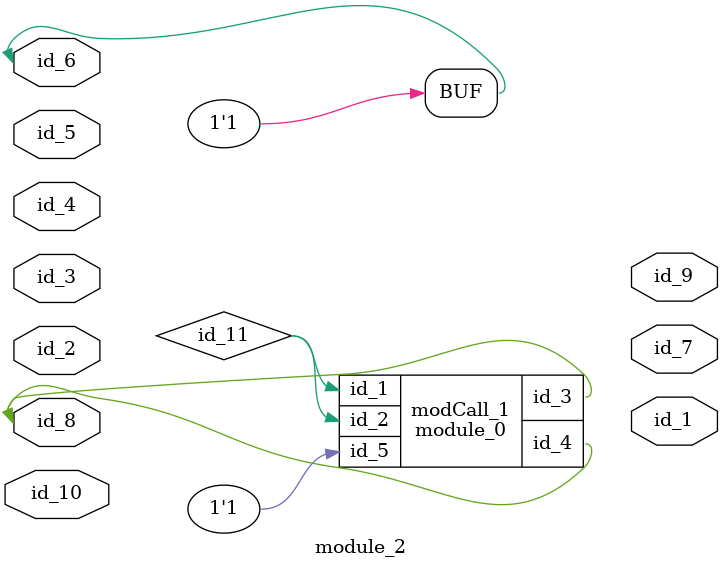
<source format=v>
module module_0 (
    id_1,
    id_2,
    id_3,
    id_4,
    id_5
);
  input wire id_5;
  inout wire id_4;
  inout wire id_3;
  input wire id_2;
  input wire id_1;
  wire id_6;
  assign module_2.id_6 = 0;
  wire id_7;
  assign id_7 = id_6;
endmodule
module module_1 (
    output wand id_0,
    output tri  id_1
);
  wire id_4;
  module_0 modCall_1 (
      id_4,
      id_4,
      id_4,
      id_4,
      id_4
  );
endmodule
module module_2 (
    id_1,
    id_2,
    id_3,
    id_4,
    id_5,
    id_6,
    id_7,
    id_8,
    id_9,
    id_10
);
  inout wire id_10;
  output wire id_9;
  inout wire id_8;
  output wire id_7;
  inout wire id_6;
  input wire id_5;
  input wire id_4;
  input wire id_3;
  inout wire id_2;
  output wire id_1;
  wor id_11;
  assign id_6 = 1;
  wire id_12;
  module_0 modCall_1 (
      id_11,
      id_11,
      id_8,
      id_8,
      id_6
  );
  always @*
    if (1) id_9[1] <= 1'b0;
    else if (1) id_11 = 1;
    else id_10 = id_10;
endmodule

</source>
